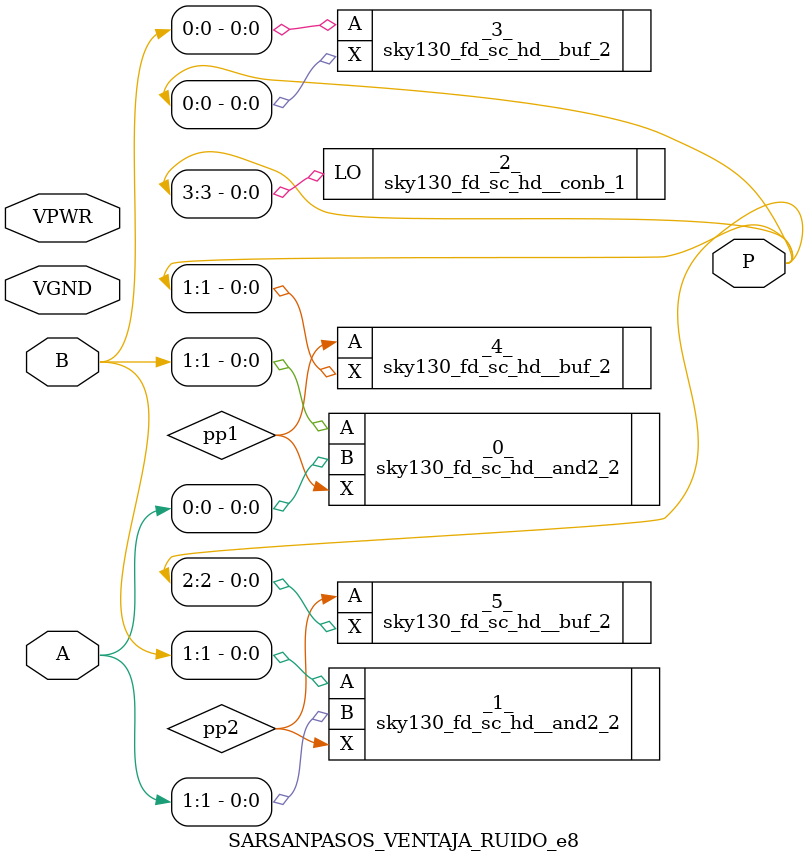
<source format=v>
module SARSANPASOS_VENTAJA_RUIDO_e8 (A,
    B,
    P,
    VPWR,
    VGND);
 input [1:0] A;
 input [1:0] B;
 output [3:0] P;
 inout VPWR;
 inout VGND;

 wire pp1;
 wire pp2;

 sky130_fd_sc_hd__and2_2 _0_ (.A(B[1]),
    .B(A[0]),
    .X(pp1));
 sky130_fd_sc_hd__and2_2 _1_ (.A(B[1]),
    .B(A[1]),
    .X(pp2));
 sky130_fd_sc_hd__conb_1 _2_ (.LO(P[3]));
 sky130_fd_sc_hd__buf_2 _3_ (.A(B[0]),
    .X(P[0]));
 sky130_fd_sc_hd__buf_2 _4_ (.A(pp1),
    .X(P[1]));
 sky130_fd_sc_hd__buf_2 _5_ (.A(pp2),
    .X(P[2]));
 sky130_fd_sc_hd__decap_3 PHY_EDGE_ROW_0_Right_0 ();
 sky130_fd_sc_hd__decap_3 PHY_EDGE_ROW_1_Right_1 ();
 sky130_fd_sc_hd__decap_3 PHY_EDGE_ROW_2_Right_2 ();
 sky130_fd_sc_hd__decap_3 PHY_EDGE_ROW_3_Right_3 ();
 sky130_fd_sc_hd__decap_3 PHY_EDGE_ROW_4_Right_4 ();
 sky130_fd_sc_hd__decap_3 PHY_EDGE_ROW_5_Right_5 ();
 sky130_fd_sc_hd__decap_3 PHY_EDGE_ROW_6_Right_6 ();
 sky130_fd_sc_hd__decap_3 PHY_EDGE_ROW_7_Right_7 ();
 sky130_fd_sc_hd__decap_3 PHY_EDGE_ROW_8_Right_8 ();
 sky130_fd_sc_hd__decap_3 PHY_EDGE_ROW_9_Right_9 ();
 sky130_fd_sc_hd__decap_3 PHY_EDGE_ROW_0_Left_10 ();
 sky130_fd_sc_hd__decap_3 PHY_EDGE_ROW_1_Left_11 ();
 sky130_fd_sc_hd__decap_3 PHY_EDGE_ROW_2_Left_12 ();
 sky130_fd_sc_hd__decap_3 PHY_EDGE_ROW_3_Left_13 ();
 sky130_fd_sc_hd__decap_3 PHY_EDGE_ROW_4_Left_14 ();
 sky130_fd_sc_hd__decap_3 PHY_EDGE_ROW_5_Left_15 ();
 sky130_fd_sc_hd__decap_3 PHY_EDGE_ROW_6_Left_16 ();
 sky130_fd_sc_hd__decap_3 PHY_EDGE_ROW_7_Left_17 ();
 sky130_fd_sc_hd__decap_3 PHY_EDGE_ROW_8_Left_18 ();
 sky130_fd_sc_hd__decap_3 PHY_EDGE_ROW_9_Left_19 ();
 sky130_fd_sc_hd__tapvpwrvgnd_1 TAP_TAPCELL_ROW_0_20 ();
 sky130_fd_sc_hd__tapvpwrvgnd_1 TAP_TAPCELL_ROW_0_21 ();
 sky130_fd_sc_hd__tapvpwrvgnd_1 TAP_TAPCELL_ROW_1_22 ();
 sky130_fd_sc_hd__tapvpwrvgnd_1 TAP_TAPCELL_ROW_2_23 ();
 sky130_fd_sc_hd__tapvpwrvgnd_1 TAP_TAPCELL_ROW_3_24 ();
 sky130_fd_sc_hd__tapvpwrvgnd_1 TAP_TAPCELL_ROW_4_25 ();
 sky130_fd_sc_hd__tapvpwrvgnd_1 TAP_TAPCELL_ROW_5_26 ();
 sky130_fd_sc_hd__tapvpwrvgnd_1 TAP_TAPCELL_ROW_6_27 ();
 sky130_fd_sc_hd__tapvpwrvgnd_1 TAP_TAPCELL_ROW_7_28 ();
 sky130_fd_sc_hd__tapvpwrvgnd_1 TAP_TAPCELL_ROW_8_29 ();
 sky130_fd_sc_hd__tapvpwrvgnd_1 TAP_TAPCELL_ROW_9_30 ();
 sky130_fd_sc_hd__tapvpwrvgnd_1 TAP_TAPCELL_ROW_9_31 ();
endmodule

</source>
